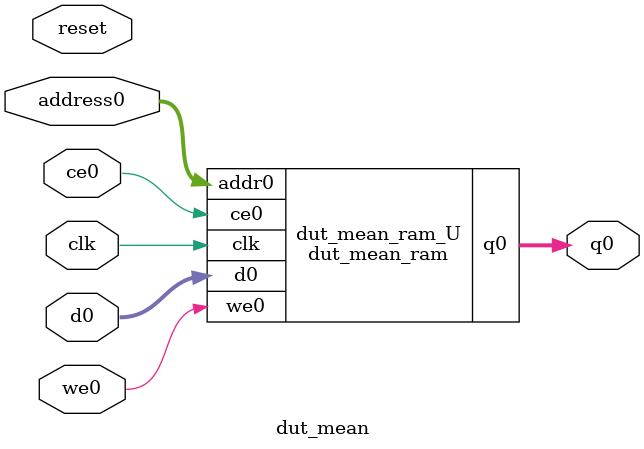
<source format=v>

`timescale 1 ns / 1 ps
module dut_mean_ram (addr0, ce0, d0, we0, q0,  clk);

parameter DWIDTH = 32;
parameter AWIDTH = 10;
parameter MEM_SIZE = 784;

input[AWIDTH-1:0] addr0;
input ce0;
input[DWIDTH-1:0] d0;
input we0;
output reg[DWIDTH-1:0] q0;
input clk;

(* ram_style = "block" *)reg [DWIDTH-1:0] ram[MEM_SIZE-1:0];




always @(posedge clk)  
begin 
    if (ce0) 
    begin
        if (we0) 
        begin 
            ram[addr0] <= d0; 
            q0 <= d0;
        end 
        else 
            q0 <= ram[addr0];
    end
end


endmodule


`timescale 1 ns / 1 ps
module dut_mean(
    reset,
    clk,
    address0,
    ce0,
    we0,
    d0,
    q0);

parameter DataWidth = 32'd32;
parameter AddressRange = 32'd784;
parameter AddressWidth = 32'd10;
input reset;
input clk;
input[AddressWidth - 1:0] address0;
input ce0;
input we0;
input[DataWidth - 1:0] d0;
output[DataWidth - 1:0] q0;



dut_mean_ram dut_mean_ram_U(
    .clk( clk ),
    .addr0( address0 ),
    .ce0( ce0 ),
    .d0( d0 ),
    .we0( we0 ),
    .q0( q0 ));

endmodule


</source>
